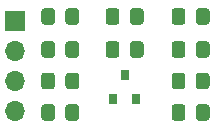
<source format=gbr>
%TF.GenerationSoftware,KiCad,Pcbnew,(5.99.0-2965-g3673c2369)*%
%TF.CreationDate,2020-08-26T09:47:44+03:00*%
%TF.ProjectId,pimentero,70696d65-6e74-4657-926f-2e6b69636164,rev?*%
%TF.SameCoordinates,Original*%
%TF.FileFunction,Soldermask,Top*%
%TF.FilePolarity,Negative*%
%FSLAX46Y46*%
G04 Gerber Fmt 4.6, Leading zero omitted, Abs format (unit mm)*
G04 Created by KiCad (PCBNEW (5.99.0-2965-g3673c2369)) date 2020-08-26 09:47:44*
%MOMM*%
%LPD*%
G01*
G04 APERTURE LIST*
%ADD10R,0.800000X0.900000*%
%ADD11R,1.700000X1.700000*%
%ADD12O,1.700000X1.700000*%
G04 APERTURE END LIST*
%TO.C,C4*%
G36*
G01*
X118161000Y-71189000D02*
X118161000Y-70289000D01*
G75*
G02*
X118411000Y-70039000I250000J0D01*
G01*
X119061000Y-70039000D01*
G75*
G02*
X119311000Y-70289000I0J-250000D01*
G01*
X119311000Y-71189000D01*
G75*
G02*
X119061000Y-71439000I-250000J0D01*
G01*
X118411000Y-71439000D01*
G75*
G02*
X118161000Y-71189000I0J250000D01*
G01*
G37*
G36*
G01*
X120211000Y-71189000D02*
X120211000Y-70289000D01*
G75*
G02*
X120461000Y-70039000I250000J0D01*
G01*
X121111000Y-70039000D01*
G75*
G02*
X121361000Y-70289000I0J-250000D01*
G01*
X121361000Y-71189000D01*
G75*
G02*
X121111000Y-71439000I-250000J0D01*
G01*
X120461000Y-71439000D01*
G75*
G02*
X120211000Y-71189000I0J250000D01*
G01*
G37*
%TD*%
%TO.C,R4*%
G36*
G01*
X107112000Y-71189000D02*
X107112000Y-70289000D01*
G75*
G02*
X107362000Y-70039000I250000J0D01*
G01*
X108012000Y-70039000D01*
G75*
G02*
X108262000Y-70289000I0J-250000D01*
G01*
X108262000Y-71189000D01*
G75*
G02*
X108012000Y-71439000I-250000J0D01*
G01*
X107362000Y-71439000D01*
G75*
G02*
X107112000Y-71189000I0J250000D01*
G01*
G37*
G36*
G01*
X109162000Y-71189000D02*
X109162000Y-70289000D01*
G75*
G02*
X109412000Y-70039000I250000J0D01*
G01*
X110062000Y-70039000D01*
G75*
G02*
X110312000Y-70289000I0J-250000D01*
G01*
X110312000Y-71189000D01*
G75*
G02*
X110062000Y-71439000I-250000J0D01*
G01*
X109412000Y-71439000D01*
G75*
G02*
X109162000Y-71189000I0J250000D01*
G01*
G37*
%TD*%
%TO.C,C3*%
G36*
G01*
X118161000Y-73856000D02*
X118161000Y-72956000D01*
G75*
G02*
X118411000Y-72706000I250000J0D01*
G01*
X119061000Y-72706000D01*
G75*
G02*
X119311000Y-72956000I0J-250000D01*
G01*
X119311000Y-73856000D01*
G75*
G02*
X119061000Y-74106000I-250000J0D01*
G01*
X118411000Y-74106000D01*
G75*
G02*
X118161000Y-73856000I0J250000D01*
G01*
G37*
G36*
G01*
X120211000Y-73856000D02*
X120211000Y-72956000D01*
G75*
G02*
X120461000Y-72706000I250000J0D01*
G01*
X121111000Y-72706000D01*
G75*
G02*
X121361000Y-72956000I0J-250000D01*
G01*
X121361000Y-73856000D01*
G75*
G02*
X121111000Y-74106000I-250000J0D01*
G01*
X120461000Y-74106000D01*
G75*
G02*
X120211000Y-73856000I0J250000D01*
G01*
G37*
%TD*%
%TO.C,R3*%
G36*
G01*
X110312000Y-72956000D02*
X110312000Y-73856000D01*
G75*
G02*
X110062000Y-74106000I-250000J0D01*
G01*
X109412000Y-74106000D01*
G75*
G02*
X109162000Y-73856000I0J250000D01*
G01*
X109162000Y-72956000D01*
G75*
G02*
X109412000Y-72706000I250000J0D01*
G01*
X110062000Y-72706000D01*
G75*
G02*
X110312000Y-72956000I0J-250000D01*
G01*
G37*
G36*
G01*
X108262000Y-72956000D02*
X108262000Y-73856000D01*
G75*
G02*
X108012000Y-74106000I-250000J0D01*
G01*
X107362000Y-74106000D01*
G75*
G02*
X107112000Y-73856000I0J250000D01*
G01*
X107112000Y-72956000D01*
G75*
G02*
X107362000Y-72706000I250000J0D01*
G01*
X108012000Y-72706000D01*
G75*
G02*
X108262000Y-72956000I0J-250000D01*
G01*
G37*
%TD*%
%TO.C,R2*%
G36*
G01*
X121361000Y-67495000D02*
X121361000Y-68395000D01*
G75*
G02*
X121111000Y-68645000I-250000J0D01*
G01*
X120461000Y-68645000D01*
G75*
G02*
X120211000Y-68395000I0J250000D01*
G01*
X120211000Y-67495000D01*
G75*
G02*
X120461000Y-67245000I250000J0D01*
G01*
X121111000Y-67245000D01*
G75*
G02*
X121361000Y-67495000I0J-250000D01*
G01*
G37*
G36*
G01*
X119311000Y-67495000D02*
X119311000Y-68395000D01*
G75*
G02*
X119061000Y-68645000I-250000J0D01*
G01*
X118411000Y-68645000D01*
G75*
G02*
X118161000Y-68395000I0J250000D01*
G01*
X118161000Y-67495000D01*
G75*
G02*
X118411000Y-67245000I250000J0D01*
G01*
X119061000Y-67245000D01*
G75*
G02*
X119311000Y-67495000I0J-250000D01*
G01*
G37*
%TD*%
%TO.C,C1*%
G36*
G01*
X112573000Y-68395000D02*
X112573000Y-67495000D01*
G75*
G02*
X112823000Y-67245000I250000J0D01*
G01*
X113473000Y-67245000D01*
G75*
G02*
X113723000Y-67495000I0J-250000D01*
G01*
X113723000Y-68395000D01*
G75*
G02*
X113473000Y-68645000I-250000J0D01*
G01*
X112823000Y-68645000D01*
G75*
G02*
X112573000Y-68395000I0J250000D01*
G01*
G37*
G36*
G01*
X114623000Y-68395000D02*
X114623000Y-67495000D01*
G75*
G02*
X114873000Y-67245000I250000J0D01*
G01*
X115523000Y-67245000D01*
G75*
G02*
X115773000Y-67495000I0J-250000D01*
G01*
X115773000Y-68395000D01*
G75*
G02*
X115523000Y-68645000I-250000J0D01*
G01*
X114873000Y-68645000D01*
G75*
G02*
X114623000Y-68395000I0J250000D01*
G01*
G37*
%TD*%
%TO.C,R5*%
G36*
G01*
X118161000Y-76523000D02*
X118161000Y-75623000D01*
G75*
G02*
X118411000Y-75373000I250000J0D01*
G01*
X119061000Y-75373000D01*
G75*
G02*
X119311000Y-75623000I0J-250000D01*
G01*
X119311000Y-76523000D01*
G75*
G02*
X119061000Y-76773000I-250000J0D01*
G01*
X118411000Y-76773000D01*
G75*
G02*
X118161000Y-76523000I0J250000D01*
G01*
G37*
G36*
G01*
X120211000Y-76523000D02*
X120211000Y-75623000D01*
G75*
G02*
X120461000Y-75373000I250000J0D01*
G01*
X121111000Y-75373000D01*
G75*
G02*
X121361000Y-75623000I0J-250000D01*
G01*
X121361000Y-76523000D01*
G75*
G02*
X121111000Y-76773000I-250000J0D01*
G01*
X120461000Y-76773000D01*
G75*
G02*
X120211000Y-76523000I0J250000D01*
G01*
G37*
%TD*%
D10*
%TO.C,Q1*%
X113223000Y-74914000D03*
X115123000Y-74914000D03*
X114173000Y-72914000D03*
%TD*%
%TO.C,C2*%
G36*
G01*
X112573000Y-71189000D02*
X112573000Y-70289000D01*
G75*
G02*
X112823000Y-70039000I250000J0D01*
G01*
X113473000Y-70039000D01*
G75*
G02*
X113723000Y-70289000I0J-250000D01*
G01*
X113723000Y-71189000D01*
G75*
G02*
X113473000Y-71439000I-250000J0D01*
G01*
X112823000Y-71439000D01*
G75*
G02*
X112573000Y-71189000I0J250000D01*
G01*
G37*
G36*
G01*
X114623000Y-71189000D02*
X114623000Y-70289000D01*
G75*
G02*
X114873000Y-70039000I250000J0D01*
G01*
X115523000Y-70039000D01*
G75*
G02*
X115773000Y-70289000I0J-250000D01*
G01*
X115773000Y-71189000D01*
G75*
G02*
X115523000Y-71439000I-250000J0D01*
G01*
X114873000Y-71439000D01*
G75*
G02*
X114623000Y-71189000I0J250000D01*
G01*
G37*
%TD*%
%TO.C,R1*%
G36*
G01*
X107112000Y-68395000D02*
X107112000Y-67495000D01*
G75*
G02*
X107362000Y-67245000I250000J0D01*
G01*
X108012000Y-67245000D01*
G75*
G02*
X108262000Y-67495000I0J-250000D01*
G01*
X108262000Y-68395000D01*
G75*
G02*
X108012000Y-68645000I-250000J0D01*
G01*
X107362000Y-68645000D01*
G75*
G02*
X107112000Y-68395000I0J250000D01*
G01*
G37*
G36*
G01*
X109162000Y-68395000D02*
X109162000Y-67495000D01*
G75*
G02*
X109412000Y-67245000I250000J0D01*
G01*
X110062000Y-67245000D01*
G75*
G02*
X110312000Y-67495000I0J-250000D01*
G01*
X110312000Y-68395000D01*
G75*
G02*
X110062000Y-68645000I-250000J0D01*
G01*
X109412000Y-68645000D01*
G75*
G02*
X109162000Y-68395000I0J250000D01*
G01*
G37*
%TD*%
D11*
%TO.C,J1*%
X104902000Y-68326000D03*
D12*
X104902000Y-70866000D03*
X104902000Y-73406000D03*
X104902000Y-75946000D03*
%TD*%
%TO.C,R6*%
G36*
G01*
X110312000Y-75623000D02*
X110312000Y-76523000D01*
G75*
G02*
X110062000Y-76773000I-250000J0D01*
G01*
X109412000Y-76773000D01*
G75*
G02*
X109162000Y-76523000I0J250000D01*
G01*
X109162000Y-75623000D01*
G75*
G02*
X109412000Y-75373000I250000J0D01*
G01*
X110062000Y-75373000D01*
G75*
G02*
X110312000Y-75623000I0J-250000D01*
G01*
G37*
G36*
G01*
X108262000Y-75623000D02*
X108262000Y-76523000D01*
G75*
G02*
X108012000Y-76773000I-250000J0D01*
G01*
X107362000Y-76773000D01*
G75*
G02*
X107112000Y-76523000I0J250000D01*
G01*
X107112000Y-75623000D01*
G75*
G02*
X107362000Y-75373000I250000J0D01*
G01*
X108012000Y-75373000D01*
G75*
G02*
X108262000Y-75623000I0J-250000D01*
G01*
G37*
%TD*%
M02*

</source>
